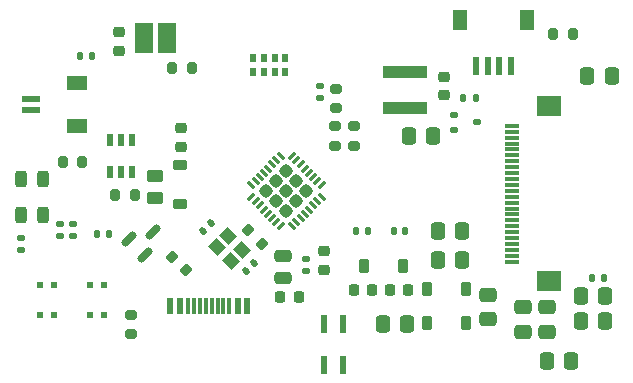
<source format=gbr>
%TF.GenerationSoftware,KiCad,Pcbnew,7.0.11-7.0.11~ubuntu22.04.1*%
%TF.CreationDate,2024-11-26T11:44:11+01:00*%
%TF.ProjectId,H-C6-ulp,482d4336-2d75-46c7-902e-6b696361645f,rev?*%
%TF.SameCoordinates,Original*%
%TF.FileFunction,Paste,Top*%
%TF.FilePolarity,Positive*%
%FSLAX46Y46*%
G04 Gerber Fmt 4.6, Leading zero omitted, Abs format (unit mm)*
G04 Created by KiCad (PCBNEW 7.0.11-7.0.11~ubuntu22.04.1) date 2024-11-26 11:44:11*
%MOMM*%
%LPD*%
G01*
G04 APERTURE LIST*
G04 Aperture macros list*
%AMRoundRect*
0 Rectangle with rounded corners*
0 $1 Rounding radius*
0 $2 $3 $4 $5 $6 $7 $8 $9 X,Y pos of 4 corners*
0 Add a 4 corners polygon primitive as box body*
4,1,4,$2,$3,$4,$5,$6,$7,$8,$9,$2,$3,0*
0 Add four circle primitives for the rounded corners*
1,1,$1+$1,$2,$3*
1,1,$1+$1,$4,$5*
1,1,$1+$1,$6,$7*
1,1,$1+$1,$8,$9*
0 Add four rect primitives between the rounded corners*
20,1,$1+$1,$2,$3,$4,$5,0*
20,1,$1+$1,$4,$5,$6,$7,0*
20,1,$1+$1,$6,$7,$8,$9,0*
20,1,$1+$1,$8,$9,$2,$3,0*%
%AMRotRect*
0 Rectangle, with rotation*
0 The origin of the aperture is its center*
0 $1 length*
0 $2 width*
0 $3 Rotation angle, in degrees counterclockwise*
0 Add horizontal line*
21,1,$1,$2,0,0,$3*%
G04 Aperture macros list end*
%ADD10RoundRect,0.135000X-0.135000X-0.185000X0.135000X-0.185000X0.135000X0.185000X-0.135000X0.185000X0*%
%ADD11RoundRect,0.250000X0.475000X-0.337500X0.475000X0.337500X-0.475000X0.337500X-0.475000X-0.337500X0*%
%ADD12RoundRect,0.225000X-0.375000X0.225000X-0.375000X-0.225000X0.375000X-0.225000X0.375000X0.225000X0*%
%ADD13RoundRect,0.135000X0.135000X0.185000X-0.135000X0.185000X-0.135000X-0.185000X0.135000X-0.185000X0*%
%ADD14RoundRect,0.140000X0.140000X0.170000X-0.140000X0.170000X-0.140000X-0.170000X0.140000X-0.170000X0*%
%ADD15RoundRect,0.225000X-0.250000X0.225000X-0.250000X-0.225000X0.250000X-0.225000X0.250000X0.225000X0*%
%ADD16RoundRect,0.140000X-0.021213X0.219203X-0.219203X0.021213X0.021213X-0.219203X0.219203X-0.021213X0*%
%ADD17RoundRect,0.200000X-0.335876X-0.053033X-0.053033X-0.335876X0.335876X0.053033X0.053033X0.335876X0*%
%ADD18RoundRect,0.140000X0.170000X-0.140000X0.170000X0.140000X-0.170000X0.140000X-0.170000X-0.140000X0*%
%ADD19RoundRect,0.225000X0.225000X0.375000X-0.225000X0.375000X-0.225000X-0.375000X0.225000X-0.375000X0*%
%ADD20RoundRect,0.225000X0.250000X-0.225000X0.250000X0.225000X-0.250000X0.225000X-0.250000X-0.225000X0*%
%ADD21R,0.558800X0.990600*%
%ADD22R,1.500000X2.500000*%
%ADD23R,3.708400X1.092200*%
%ADD24R,1.550000X0.600000*%
%ADD25R,1.800000X1.200000*%
%ADD26RoundRect,0.218750X0.256250X-0.218750X0.256250X0.218750X-0.256250X0.218750X-0.256250X-0.218750X0*%
%ADD27RoundRect,0.200000X-0.275000X0.200000X-0.275000X-0.200000X0.275000X-0.200000X0.275000X0.200000X0*%
%ADD28RoundRect,0.225000X0.225000X0.250000X-0.225000X0.250000X-0.225000X-0.250000X0.225000X-0.250000X0*%
%ADD29R,0.570000X0.550000*%
%ADD30RoundRect,0.250000X0.337500X0.475000X-0.337500X0.475000X-0.337500X-0.475000X0.337500X-0.475000X0*%
%ADD31RoundRect,0.225000X-0.225000X-0.375000X0.225000X-0.375000X0.225000X0.375000X-0.225000X0.375000X0*%
%ADD32RoundRect,0.250000X0.475000X-0.250000X0.475000X0.250000X-0.475000X0.250000X-0.475000X-0.250000X0*%
%ADD33RoundRect,0.250000X-0.337500X-0.475000X0.337500X-0.475000X0.337500X0.475000X-0.337500X0.475000X0*%
%ADD34RoundRect,0.200000X-0.200000X-0.275000X0.200000X-0.275000X0.200000X0.275000X-0.200000X0.275000X0*%
%ADD35RotRect,0.990600X1.193800X45.000000*%
%ADD36RoundRect,0.250000X0.450000X-0.262500X0.450000X0.262500X-0.450000X0.262500X-0.450000X-0.262500X0*%
%ADD37R,0.600000X1.450000*%
%ADD38R,0.300000X1.450000*%
%ADD39R,0.600000X1.500000*%
%ADD40R,0.500000X0.800000*%
%ADD41RoundRect,0.243750X-0.243750X-0.456250X0.243750X-0.456250X0.243750X0.456250X-0.243750X0.456250X0*%
%ADD42RoundRect,0.140000X0.021213X-0.219203X0.219203X-0.021213X-0.021213X0.219203X-0.219203X0.021213X0*%
%ADD43RoundRect,0.200000X0.275000X-0.200000X0.275000X0.200000X-0.275000X0.200000X-0.275000X-0.200000X0*%
%ADD44R,1.193800X0.304800*%
%ADD45R,2.006600X1.803400*%
%ADD46RoundRect,0.135000X0.185000X-0.135000X0.185000X0.135000X-0.185000X0.135000X-0.185000X-0.135000X0*%
%ADD47C,0.160000*%
%ADD48RoundRect,0.150000X-0.309359X-0.521491X0.521491X0.309359X0.309359X0.521491X-0.521491X-0.309359X0*%
%ADD49RoundRect,0.200000X0.335876X0.053033X0.053033X0.335876X-0.335876X-0.053033X-0.053033X-0.335876X0*%
%ADD50RoundRect,0.242500X0.342947X0.000000X0.000000X0.342947X-0.342947X0.000000X0.000000X-0.342947X0*%
%ADD51RoundRect,0.062500X0.282843X-0.194454X-0.194454X0.282843X-0.282843X0.194454X0.194454X-0.282843X0*%
%ADD52RoundRect,0.062500X0.282843X0.194454X0.194454X0.282843X-0.282843X-0.194454X-0.194454X-0.282843X0*%
%ADD53RoundRect,0.218750X-0.218750X-0.256250X0.218750X-0.256250X0.218750X0.256250X-0.218750X0.256250X0*%
%ADD54RoundRect,0.135000X-0.185000X0.135000X-0.185000X-0.135000X0.185000X-0.135000X0.185000X0.135000X0*%
%ADD55RoundRect,0.112500X-0.237500X0.112500X-0.237500X-0.112500X0.237500X-0.112500X0.237500X0.112500X0*%
%ADD56RoundRect,0.200000X0.200000X0.275000X-0.200000X0.275000X-0.200000X-0.275000X0.200000X-0.275000X0*%
%ADD57R,0.600000X1.550000*%
%ADD58R,1.200000X1.800000*%
G04 APERTURE END LIST*
D10*
%TO.C,R7*%
X153490000Y-55550000D03*
X154510000Y-55550000D03*
%TD*%
D11*
%TO.C,C14*%
X160600000Y-75387500D03*
X160600000Y-73312500D03*
%TD*%
D12*
%TO.C,D5*%
X129500000Y-61250000D03*
X129500000Y-64550000D03*
%TD*%
D13*
%TO.C,R17*%
X165370000Y-70800000D03*
X164350000Y-70800000D03*
%TD*%
D10*
%TO.C,R2*%
X144390000Y-66820000D03*
X145410000Y-66820000D03*
%TD*%
D14*
%TO.C,C1*%
X148570000Y-66820000D03*
X147610000Y-66820000D03*
%TD*%
D15*
%TO.C,C2*%
X129550000Y-58150000D03*
X129550000Y-59700000D03*
%TD*%
D16*
%TO.C,C5*%
X135749411Y-69590589D03*
X135070589Y-70269411D03*
%TD*%
D17*
%TO.C,R6*%
X135266637Y-66766637D03*
X136433363Y-67933363D03*
%TD*%
D18*
%TO.C,C23*%
X120450000Y-67260000D03*
X120450000Y-66300000D03*
%TD*%
D19*
%TO.C,D2*%
X148350000Y-69800000D03*
X145050000Y-69800000D03*
%TD*%
D20*
%TO.C,C3*%
X124300000Y-51575000D03*
X124300000Y-50025000D03*
%TD*%
D21*
%TO.C,U3*%
X125450001Y-59132200D03*
X124500000Y-59132200D03*
X123549999Y-59132200D03*
X123549999Y-61850000D03*
X124500000Y-61850000D03*
X125450001Y-61850000D03*
%TD*%
D22*
%TO.C,L2*%
X128390000Y-50482525D03*
X126450000Y-50482525D03*
%TD*%
D10*
%TO.C,R18*%
X121040000Y-52050000D03*
X122060000Y-52050000D03*
%TD*%
D23*
%TO.C,L3*%
X148500000Y-53401400D03*
X148500000Y-56398600D03*
%TD*%
D11*
%TO.C,C8*%
X155600000Y-74337500D03*
X155600000Y-72262500D03*
%TD*%
D24*
%TO.C,J3*%
X116875000Y-56650000D03*
X116875000Y-55650000D03*
D25*
X120750000Y-57950000D03*
X120750000Y-54350000D03*
%TD*%
D26*
%TO.C,L1*%
X141700000Y-70147500D03*
X141700000Y-68572500D03*
%TD*%
D27*
%TO.C,R15*%
X142650000Y-57975000D03*
X142650000Y-59625000D03*
%TD*%
D28*
%TO.C,C20*%
X139525000Y-72450000D03*
X137975000Y-72450000D03*
%TD*%
D29*
%TO.C,SW2*%
X118830000Y-71400000D03*
X117670000Y-71400000D03*
X118830000Y-73950000D03*
X117670000Y-73950000D03*
%TD*%
D30*
%TO.C,C11*%
X162617500Y-77890000D03*
X160542500Y-77890000D03*
%TD*%
D31*
%TO.C,D1*%
X150395000Y-71800000D03*
X153695000Y-71800000D03*
%TD*%
D30*
%TO.C,C16*%
X148712500Y-74750000D03*
X146637500Y-74750000D03*
%TD*%
D32*
%TO.C,C18*%
X138250000Y-70840000D03*
X138250000Y-68940000D03*
%TD*%
D30*
%TO.C,C6*%
X166025000Y-53750000D03*
X163950000Y-53750000D03*
%TD*%
D15*
%TO.C,C17*%
X151850000Y-53800000D03*
X151850000Y-55350000D03*
%TD*%
D19*
%TO.C,D3*%
X153695000Y-74600000D03*
X150395000Y-74600000D03*
%TD*%
D33*
%TO.C,C7*%
X148875000Y-58850000D03*
X150950000Y-58850000D03*
%TD*%
%TO.C,C9*%
X151312500Y-66875000D03*
X153387500Y-66875000D03*
%TD*%
D34*
%TO.C,R3*%
X128850000Y-53087525D03*
X130500000Y-53087525D03*
%TD*%
D35*
%TO.C,X1*%
X132597917Y-68197917D03*
X133800000Y-69400000D03*
X134719237Y-68480763D03*
X133517154Y-67278680D03*
%TD*%
D27*
%TO.C,R20*%
X125300000Y-73925000D03*
X125300000Y-75575000D03*
%TD*%
D36*
%TO.C,R12*%
X127350000Y-64062500D03*
X127350000Y-62237500D03*
%TD*%
D29*
%TO.C,SW1*%
X123060000Y-71400000D03*
X121900000Y-71400000D03*
X123060000Y-73950000D03*
X121900000Y-73950000D03*
%TD*%
D10*
%TO.C,R10*%
X122480000Y-67130000D03*
X123500000Y-67130000D03*
%TD*%
D37*
%TO.C,J1*%
X128665000Y-73175000D03*
X129465000Y-73175000D03*
D38*
X130665000Y-73175000D03*
X131665000Y-73175000D03*
X132165000Y-73175000D03*
X133165000Y-73175000D03*
D37*
X134365000Y-73175000D03*
X135165000Y-73175000D03*
X135165000Y-73175000D03*
X134365000Y-73175000D03*
D38*
X133665000Y-73175000D03*
X132665000Y-73175000D03*
X131165000Y-73175000D03*
X130165000Y-73175000D03*
D37*
X129465000Y-73175000D03*
X128665000Y-73175000D03*
%TD*%
D18*
%TO.C,C19*%
X140170000Y-70210000D03*
X140170000Y-69250000D03*
%TD*%
D39*
%TO.C,ANT1*%
X141700000Y-74700000D03*
X141700000Y-78200000D03*
X143300000Y-78200000D03*
X143300000Y-74700000D03*
%TD*%
D40*
%TO.C,Y1*%
X135700000Y-53400000D03*
X136600000Y-53400000D03*
X137500000Y-53400000D03*
X138400000Y-53400000D03*
X138400000Y-52200000D03*
X137500000Y-52200000D03*
X136600000Y-52200000D03*
X135700000Y-52200000D03*
%TD*%
D30*
%TO.C,C10*%
X165500000Y-72382500D03*
X163425000Y-72382500D03*
%TD*%
D41*
%TO.C,D6*%
X116012500Y-65540000D03*
X117887500Y-65540000D03*
%TD*%
D42*
%TO.C,C4*%
X131470589Y-66879411D03*
X132149411Y-66200589D03*
%TD*%
D43*
%TO.C,R14*%
X144200000Y-59625000D03*
X144200000Y-57975000D03*
%TD*%
D44*
%TO.C,J2*%
X157554400Y-69450001D03*
X157554400Y-68950000D03*
X157554400Y-68450001D03*
X157554400Y-67949999D03*
X157554400Y-67450000D03*
X157554400Y-66950001D03*
X157554400Y-66450000D03*
X157554400Y-65950001D03*
X157554400Y-65449999D03*
X157554400Y-64950000D03*
X157554400Y-64450001D03*
X157554400Y-63950000D03*
X157554400Y-63450000D03*
X157554400Y-62949999D03*
X157554400Y-62450000D03*
X157554400Y-61950001D03*
X157554400Y-61449999D03*
X157554400Y-60950000D03*
X157554400Y-60449999D03*
X157554400Y-59950000D03*
X157554400Y-59450001D03*
X157554400Y-58949999D03*
X157554400Y-58450000D03*
X157554400Y-57950001D03*
D45*
X160704399Y-71100000D03*
X160704399Y-56300000D03*
%TD*%
D46*
%TO.C,R19*%
X116000000Y-68460000D03*
X116000000Y-67440000D03*
%TD*%
%TO.C,R16*%
X119350000Y-67310000D03*
X119350000Y-66290000D03*
%TD*%
D34*
%TO.C,R8*%
X161100000Y-50150000D03*
X162750000Y-50150000D03*
%TD*%
%TO.C,R13*%
X124000000Y-63790000D03*
X125650000Y-63790000D03*
%TD*%
D47*
%TO.C,U2*%
X126800000Y-53205025D03*
X126800000Y-52845025D03*
X127150000Y-53205025D03*
X127150000Y-52845025D03*
X127500000Y-53205025D03*
X127500000Y-52845025D03*
%TD*%
D48*
%TO.C,Q2*%
X125165336Y-67553661D03*
X126508839Y-68897164D03*
X127162913Y-66899587D03*
%TD*%
D33*
%TO.C,C15*%
X151312500Y-69350000D03*
X153387500Y-69350000D03*
%TD*%
D49*
%TO.C,R1*%
X129960000Y-70190000D03*
X128793274Y-69023274D03*
%TD*%
D50*
%TO.C,U1*%
X138498528Y-65180761D03*
X139347056Y-64332233D03*
X140195584Y-63483705D03*
X137650000Y-64332233D03*
X138498528Y-63483705D03*
X139347056Y-62635177D03*
X136801472Y-63483705D03*
X137650000Y-62635177D03*
X138498528Y-61786649D03*
D51*
X138993503Y-66453553D03*
X139347056Y-66100000D03*
X139700610Y-65746447D03*
X140054163Y-65392893D03*
X140407716Y-65039340D03*
X140761270Y-64685787D03*
X141114823Y-64332233D03*
X141468376Y-63978680D03*
D52*
X141468376Y-62988730D03*
X141114823Y-62635177D03*
X140761270Y-62281623D03*
X140407716Y-61928070D03*
X140054163Y-61574517D03*
X139700610Y-61220963D03*
X139347056Y-60867410D03*
X138993503Y-60513857D03*
D51*
X138003553Y-60513857D03*
X137650000Y-60867410D03*
X137296446Y-61220963D03*
X136942893Y-61574517D03*
X136589340Y-61928070D03*
X136235786Y-62281623D03*
X135882233Y-62635177D03*
X135528680Y-62988730D03*
D52*
X135528680Y-63978680D03*
X135882233Y-64332233D03*
X136235786Y-64685787D03*
X136589340Y-65039340D03*
X136942893Y-65392893D03*
X137296446Y-65746447D03*
X137650000Y-66100000D03*
X138003553Y-66453553D03*
%TD*%
D53*
%TO.C,L4*%
X144200000Y-71820000D03*
X145775000Y-71820000D03*
%TD*%
D54*
%TO.C,R4*%
X141300000Y-54590000D03*
X141300000Y-55610000D03*
%TD*%
D43*
%TO.C,R9*%
X142675000Y-56475000D03*
X142675000Y-54825000D03*
%TD*%
D55*
%TO.C,Q1*%
X152650000Y-57000000D03*
X152650000Y-58300000D03*
X154650000Y-57650000D03*
%TD*%
D30*
%TO.C,C12*%
X165500000Y-74457500D03*
X163425000Y-74457500D03*
%TD*%
D41*
%TO.C,D4*%
X116012500Y-62480000D03*
X117887500Y-62480000D03*
%TD*%
D28*
%TO.C,C21*%
X148775000Y-71820000D03*
X147225000Y-71820000D03*
%TD*%
D11*
%TO.C,C13*%
X158500000Y-75387500D03*
X158500000Y-73312500D03*
%TD*%
D56*
%TO.C,R11*%
X121225000Y-61050000D03*
X119575000Y-61050000D03*
%TD*%
D57*
%TO.C,J4*%
X157525000Y-52861000D03*
X156525000Y-52861000D03*
X155525000Y-52861000D03*
X154525000Y-52861000D03*
D58*
X158825000Y-48986000D03*
X153225000Y-48986000D03*
%TD*%
M02*

</source>
